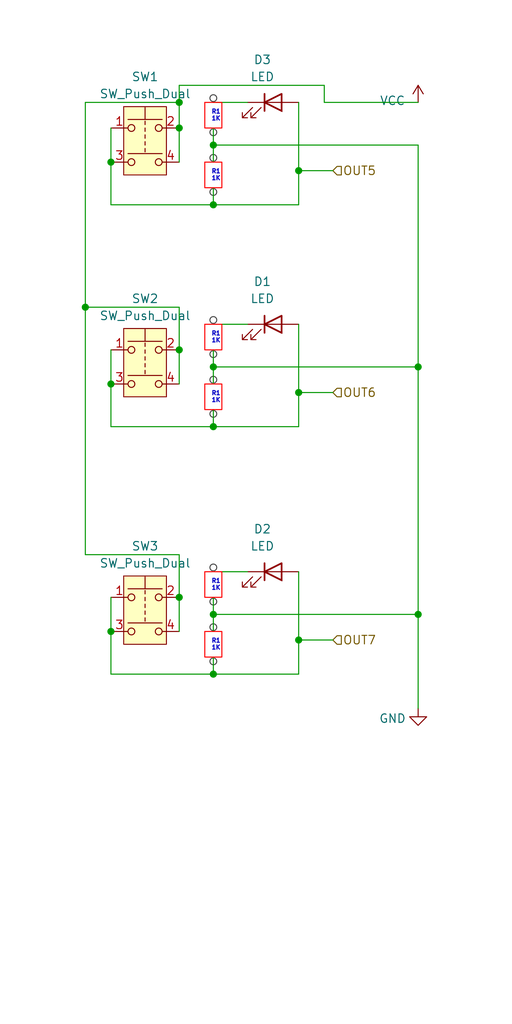
<source format=kicad_sch>
(kicad_sch
	(version 20250114)
	(generator "eeschema")
	(generator_version "9.0")
	(uuid "da692ac7-a49f-45b1-8a5d-3900501db3f9")
	(paper "User" 76.2 152.4)
	(lib_symbols
		(symbol "Device:LED"
			(pin_numbers
				(hide yes)
			)
			(pin_names
				(offset 1.016)
				(hide yes)
			)
			(exclude_from_sim no)
			(in_bom yes)
			(on_board yes)
			(property "Reference" "D"
				(at 0 2.54 0)
				(effects
					(font
						(size 1.27 1.27)
					)
				)
			)
			(property "Value" "LED"
				(at 0 -2.54 0)
				(effects
					(font
						(size 1.27 1.27)
					)
				)
			)
			(property "Footprint" ""
				(at 0 0 0)
				(effects
					(font
						(size 1.27 1.27)
					)
					(hide yes)
				)
			)
			(property "Datasheet" "~"
				(at 0 0 0)
				(effects
					(font
						(size 1.27 1.27)
					)
					(hide yes)
				)
			)
			(property "Description" "Light emitting diode"
				(at 0 0 0)
				(effects
					(font
						(size 1.27 1.27)
					)
					(hide yes)
				)
			)
			(property "Sim.Pins" "1=K 2=A"
				(at 0 0 0)
				(effects
					(font
						(size 1.27 1.27)
					)
					(hide yes)
				)
			)
			(property "ki_keywords" "LED diode"
				(at 0 0 0)
				(effects
					(font
						(size 1.27 1.27)
					)
					(hide yes)
				)
			)
			(property "ki_fp_filters" "LED* LED_SMD:* LED_THT:*"
				(at 0 0 0)
				(effects
					(font
						(size 1.27 1.27)
					)
					(hide yes)
				)
			)
			(symbol "LED_0_1"
				(polyline
					(pts
						(xy -3.048 -0.762) (xy -4.572 -2.286) (xy -3.81 -2.286) (xy -4.572 -2.286) (xy -4.572 -1.524)
					)
					(stroke
						(width 0)
						(type default)
					)
					(fill
						(type none)
					)
				)
				(polyline
					(pts
						(xy -1.778 -0.762) (xy -3.302 -2.286) (xy -2.54 -2.286) (xy -3.302 -2.286) (xy -3.302 -1.524)
					)
					(stroke
						(width 0)
						(type default)
					)
					(fill
						(type none)
					)
				)
				(polyline
					(pts
						(xy -1.27 0) (xy 1.27 0)
					)
					(stroke
						(width 0)
						(type default)
					)
					(fill
						(type none)
					)
				)
				(polyline
					(pts
						(xy -1.27 -1.27) (xy -1.27 1.27)
					)
					(stroke
						(width 0.254)
						(type default)
					)
					(fill
						(type none)
					)
				)
				(polyline
					(pts
						(xy 1.27 -1.27) (xy 1.27 1.27) (xy -1.27 0) (xy 1.27 -1.27)
					)
					(stroke
						(width 0.254)
						(type default)
					)
					(fill
						(type none)
					)
				)
			)
			(symbol "LED_1_1"
				(pin passive line
					(at -3.81 0 0)
					(length 2.54)
					(name "K"
						(effects
							(font
								(size 1.27 1.27)
							)
						)
					)
					(number "1"
						(effects
							(font
								(size 1.27 1.27)
							)
						)
					)
				)
				(pin passive line
					(at 3.81 0 180)
					(length 2.54)
					(name "A"
						(effects
							(font
								(size 1.27 1.27)
							)
						)
					)
					(number "2"
						(effects
							(font
								(size 1.27 1.27)
							)
						)
					)
				)
			)
			(embedded_fonts no)
		)
		(symbol "Switch:SW_Push_Dual"
			(pin_names
				(offset 1.016)
				(hide yes)
			)
			(exclude_from_sim no)
			(in_bom yes)
			(on_board yes)
			(property "Reference" "SW"
				(at 0 7.62 0)
				(effects
					(font
						(size 1.27 1.27)
					)
				)
			)
			(property "Value" "SW_Push_Dual"
				(at 0 -6.35 0)
				(effects
					(font
						(size 1.27 1.27)
					)
				)
			)
			(property "Footprint" ""
				(at 0 7.62 0)
				(effects
					(font
						(size 1.27 1.27)
					)
					(hide yes)
				)
			)
			(property "Datasheet" "~"
				(at 0 0 0)
				(effects
					(font
						(size 1.27 1.27)
					)
					(hide yes)
				)
			)
			(property "Description" "Push button switch, generic, symbol, four pins"
				(at 0 0 0)
				(effects
					(font
						(size 1.27 1.27)
					)
					(hide yes)
				)
			)
			(property "ki_keywords" "switch normally-open pushbutton push-button"
				(at 0 0 0)
				(effects
					(font
						(size 1.27 1.27)
					)
					(hide yes)
				)
			)
			(symbol "SW_Push_Dual_0_1"
				(circle
					(center -2.032 2.54)
					(radius 0.508)
					(stroke
						(width 0)
						(type default)
					)
					(fill
						(type none)
					)
				)
				(circle
					(center -2.032 -2.54)
					(radius 0.508)
					(stroke
						(width 0)
						(type default)
					)
					(fill
						(type none)
					)
				)
				(polyline
					(pts
						(xy 0 3.81) (xy 0 5.588)
					)
					(stroke
						(width 0)
						(type default)
					)
					(fill
						(type none)
					)
				)
				(polyline
					(pts
						(xy 0 3.048) (xy 0 3.556)
					)
					(stroke
						(width 0)
						(type default)
					)
					(fill
						(type none)
					)
				)
				(polyline
					(pts
						(xy 0 2.032) (xy 0 2.54)
					)
					(stroke
						(width 0)
						(type default)
					)
					(fill
						(type none)
					)
				)
				(polyline
					(pts
						(xy 0 1.016) (xy 0 1.524)
					)
					(stroke
						(width 0)
						(type default)
					)
					(fill
						(type none)
					)
				)
				(polyline
					(pts
						(xy 0 0.508) (xy 0 0)
					)
					(stroke
						(width 0)
						(type default)
					)
					(fill
						(type none)
					)
				)
				(polyline
					(pts
						(xy 0 -0.508) (xy 0 -1.016)
					)
					(stroke
						(width 0)
						(type default)
					)
					(fill
						(type none)
					)
				)
				(circle
					(center 2.032 2.54)
					(radius 0.508)
					(stroke
						(width 0)
						(type default)
					)
					(fill
						(type none)
					)
				)
				(circle
					(center 2.032 -2.54)
					(radius 0.508)
					(stroke
						(width 0)
						(type default)
					)
					(fill
						(type none)
					)
				)
				(polyline
					(pts
						(xy 2.54 3.81) (xy -2.54 3.81)
					)
					(stroke
						(width 0)
						(type default)
					)
					(fill
						(type none)
					)
				)
				(polyline
					(pts
						(xy 2.54 -1.27) (xy -2.54 -1.27)
					)
					(stroke
						(width 0)
						(type default)
					)
					(fill
						(type none)
					)
				)
				(pin passive line
					(at -5.08 2.54 0)
					(length 2.54)
					(name "1"
						(effects
							(font
								(size 1.27 1.27)
							)
						)
					)
					(number "1"
						(effects
							(font
								(size 1.27 1.27)
							)
						)
					)
				)
				(pin passive line
					(at -5.08 -2.54 0)
					(length 2.54)
					(name "3"
						(effects
							(font
								(size 1.27 1.27)
							)
						)
					)
					(number "3"
						(effects
							(font
								(size 1.27 1.27)
							)
						)
					)
				)
				(pin passive line
					(at 5.08 2.54 180)
					(length 2.54)
					(name "2"
						(effects
							(font
								(size 1.27 1.27)
							)
						)
					)
					(number "2"
						(effects
							(font
								(size 1.27 1.27)
							)
						)
					)
				)
				(pin passive line
					(at 5.08 -2.54 180)
					(length 2.54)
					(name "4"
						(effects
							(font
								(size 1.27 1.27)
							)
						)
					)
					(number "4"
						(effects
							(font
								(size 1.27 1.27)
							)
						)
					)
				)
			)
			(symbol "SW_Push_Dual_1_1"
				(rectangle
					(start -3.175 5.715)
					(end 3.175 -4.445)
					(stroke
						(width 0)
						(type default)
					)
					(fill
						(type background)
					)
				)
			)
			(embedded_fonts no)
		)
		(symbol "power:GND"
			(power)
			(pin_numbers
				(hide yes)
			)
			(pin_names
				(offset 0)
				(hide yes)
			)
			(exclude_from_sim no)
			(in_bom yes)
			(on_board yes)
			(property "Reference" "#PWR"
				(at 0 -6.35 0)
				(effects
					(font
						(size 1.27 1.27)
					)
					(hide yes)
				)
			)
			(property "Value" "GND"
				(at 0 -3.81 0)
				(effects
					(font
						(size 1.27 1.27)
					)
				)
			)
			(property "Footprint" ""
				(at 0 0 0)
				(effects
					(font
						(size 1.27 1.27)
					)
					(hide yes)
				)
			)
			(property "Datasheet" ""
				(at 0 0 0)
				(effects
					(font
						(size 1.27 1.27)
					)
					(hide yes)
				)
			)
			(property "Description" "Power symbol creates a global label with name \"GND\" , ground"
				(at 0 0 0)
				(effects
					(font
						(size 1.27 1.27)
					)
					(hide yes)
				)
			)
			(property "ki_keywords" "global power"
				(at 0 0 0)
				(effects
					(font
						(size 1.27 1.27)
					)
					(hide yes)
				)
			)
			(symbol "GND_0_1"
				(polyline
					(pts
						(xy 0 0) (xy 0 -1.27) (xy 1.27 -1.27) (xy 0 -2.54) (xy -1.27 -1.27) (xy 0 -1.27)
					)
					(stroke
						(width 0)
						(type default)
					)
					(fill
						(type none)
					)
				)
			)
			(symbol "GND_1_1"
				(pin power_in line
					(at 0 0 270)
					(length 0)
					(name "~"
						(effects
							(font
								(size 1.27 1.27)
							)
						)
					)
					(number "1"
						(effects
							(font
								(size 1.27 1.27)
							)
						)
					)
				)
			)
			(embedded_fonts no)
		)
		(symbol "power:VCC"
			(power)
			(pin_numbers
				(hide yes)
			)
			(pin_names
				(offset 0)
				(hide yes)
			)
			(exclude_from_sim no)
			(in_bom yes)
			(on_board yes)
			(property "Reference" "#PWR"
				(at 0 -3.81 0)
				(effects
					(font
						(size 1.27 1.27)
					)
					(hide yes)
				)
			)
			(property "Value" "VCC"
				(at 0 3.556 0)
				(effects
					(font
						(size 1.27 1.27)
					)
				)
			)
			(property "Footprint" ""
				(at 0 0 0)
				(effects
					(font
						(size 1.27 1.27)
					)
					(hide yes)
				)
			)
			(property "Datasheet" ""
				(at 0 0 0)
				(effects
					(font
						(size 1.27 1.27)
					)
					(hide yes)
				)
			)
			(property "Description" "Power symbol creates a global label with name \"VCC\""
				(at 0 0 0)
				(effects
					(font
						(size 1.27 1.27)
					)
					(hide yes)
				)
			)
			(property "ki_keywords" "global power"
				(at 0 0 0)
				(effects
					(font
						(size 1.27 1.27)
					)
					(hide yes)
				)
			)
			(symbol "VCC_0_1"
				(polyline
					(pts
						(xy -0.762 1.27) (xy 0 2.54)
					)
					(stroke
						(width 0)
						(type default)
					)
					(fill
						(type none)
					)
				)
				(polyline
					(pts
						(xy 0 2.54) (xy 0.762 1.27)
					)
					(stroke
						(width 0)
						(type default)
					)
					(fill
						(type none)
					)
				)
				(polyline
					(pts
						(xy 0 0) (xy 0 2.54)
					)
					(stroke
						(width 0)
						(type default)
					)
					(fill
						(type none)
					)
				)
			)
			(symbol "VCC_1_1"
				(pin power_in line
					(at 0 0 90)
					(length 0)
					(name "~"
						(effects
							(font
								(size 1.27 1.27)
							)
						)
					)
					(number "1"
						(effects
							(font
								(size 1.27 1.27)
							)
						)
					)
				)
			)
			(embedded_fonts no)
		)
	)
	(text_box "R1 1K"
		(exclude_from_sim no)
		(at 30.48 85.09 0)
		(size 2.54 3.81)
		(margins 0.9525 0.9525 0.9525 0.9525)
		(stroke
			(width 0)
			(type solid)
			(color 255 0 0 1)
		)
		(fill
			(type none)
		)
		(effects
			(font
				(size 0.635 0.635)
			)
			(justify left top)
		)
		(uuid "11c6490b-86af-4717-b122-21644528e60f")
	)
	(text_box "R1 1K"
		(exclude_from_sim no)
		(at 30.48 57.15 0)
		(size 2.54 3.81)
		(margins 0.9525 0.9525 0.9525 0.9525)
		(stroke
			(width 0)
			(type solid)
			(color 255 0 0 1)
		)
		(fill
			(type none)
		)
		(effects
			(font
				(size 0.635 0.635)
			)
			(justify left top)
		)
		(uuid "129a0b29-b65e-4cab-a9f5-1d501d9c3fe5")
	)
	(text_box "R1 1K"
		(exclude_from_sim no)
		(at 30.48 15.24 0)
		(size 2.54 3.81)
		(margins 0.9525 0.9525 0.9525 0.9525)
		(stroke
			(width 0)
			(type solid)
			(color 255 0 0 1)
		)
		(fill
			(type none)
		)
		(effects
			(font
				(size 0.635 0.635)
			)
			(justify left top)
		)
		(uuid "1a66d452-c788-4005-abdd-7f223c203d70")
	)
	(text_box "R1 1K"
		(exclude_from_sim no)
		(at 30.48 93.98 0)
		(size 2.54 3.81)
		(margins 0.9525 0.9525 0.9525 0.9525)
		(stroke
			(width 0)
			(type solid)
			(color 255 0 0 1)
		)
		(fill
			(type none)
		)
		(effects
			(font
				(size 0.635 0.635)
			)
			(justify left top)
		)
		(uuid "1ad9fed4-5686-464e-8e3f-0be74bca5fc9")
	)
	(text_box "R1 1K"
		(exclude_from_sim no)
		(at 30.48 48.26 0)
		(size 2.54 3.81)
		(margins 0.9525 0.9525 0.9525 0.9525)
		(stroke
			(width 0)
			(type solid)
			(color 255 0 0 1)
		)
		(fill
			(type none)
		)
		(effects
			(font
				(size 0.635 0.635)
			)
			(justify left top)
		)
		(uuid "1b656c91-5be7-46a6-ba89-08af7e8ab460")
	)
	(text_box "R1 1K"
		(exclude_from_sim no)
		(at 30.48 24.13 0)
		(size 2.54 3.81)
		(margins 0.9525 0.9525 0.9525 0.9525)
		(stroke
			(width 0)
			(type solid)
			(color 255 0 0 1)
		)
		(fill
			(type none)
		)
		(effects
			(font
				(size 0.635 0.635)
			)
			(justify left top)
		)
		(uuid "3fec73da-55e9-4f82-96e9-33e9f504a337")
	)
	(junction
		(at 31.75 91.44)
		(diameter 0)
		(color 0 0 0 0)
		(uuid "035a59b7-1d5b-48e7-9467-d7b6c2100afd")
	)
	(junction
		(at 44.45 95.25)
		(diameter 0)
		(color 0 0 0 0)
		(uuid "06fa8a42-4b88-4b81-a532-a455c266c06a")
	)
	(junction
		(at 62.23 91.44)
		(diameter 0)
		(color 0 0 0 0)
		(uuid "1770a035-8328-4590-b15c-a52a9e2f0a9b")
	)
	(junction
		(at 31.75 63.5)
		(diameter 0)
		(color 0 0 0 0)
		(uuid "207cbea3-3847-4f04-b00c-5699300b8492")
	)
	(junction
		(at 16.51 57.15)
		(diameter 0)
		(color 0 0 0 0)
		(uuid "34cd6b37-99c3-4759-96ce-07903cfd3abe")
	)
	(junction
		(at 26.67 52.07)
		(diameter 0)
		(color 0 0 0 0)
		(uuid "43b122d2-01dc-4c53-b0bc-b2890936068e")
	)
	(junction
		(at 26.67 15.24)
		(diameter 0)
		(color 0 0 0 0)
		(uuid "4a323b41-4dc2-4e17-9c79-234dbf515e53")
	)
	(junction
		(at 31.75 21.59)
		(diameter 0)
		(color 0 0 0 0)
		(uuid "546dc391-aee7-4d61-b50e-78dc41ef2cdb")
	)
	(junction
		(at 31.75 54.61)
		(diameter 0)
		(color 0 0 0 0)
		(uuid "80443a52-2c75-4fab-a2bf-0dff627a6df2")
	)
	(junction
		(at 16.51 24.13)
		(diameter 0)
		(color 0 0 0 0)
		(uuid "a28629bf-ab78-4188-97cc-68c283536207")
	)
	(junction
		(at 62.23 54.61)
		(diameter 0)
		(color 0 0 0 0)
		(uuid "aebd8ebe-4054-4d2a-9d8d-cb578277df60")
	)
	(junction
		(at 44.45 58.42)
		(diameter 0)
		(color 0 0 0 0)
		(uuid "be9744db-b274-451f-8fea-ea0aa8898869")
	)
	(junction
		(at 31.75 100.33)
		(diameter 0)
		(color 0 0 0 0)
		(uuid "c794b0fe-db9b-4852-bcff-dfb8b1e8886c")
	)
	(junction
		(at 26.67 19.05)
		(diameter 0)
		(color 0 0 0 0)
		(uuid "ca73b640-2692-4078-8974-b5b0b2b637df")
	)
	(junction
		(at 31.75 30.48)
		(diameter 0)
		(color 0 0 0 0)
		(uuid "e9e48ce3-f367-40f2-8799-745f40d8b706")
	)
	(junction
		(at 16.51 93.98)
		(diameter 0)
		(color 0 0 0 0)
		(uuid "f1459cd8-c06e-426a-bdc9-32682c453eb7")
	)
	(junction
		(at 26.67 88.9)
		(diameter 0)
		(color 0 0 0 0)
		(uuid "f1799cf2-c4ed-4b71-aaa3-5b21f8c213d4")
	)
	(junction
		(at 44.45 25.4)
		(diameter 0)
		(color 0 0 0 0)
		(uuid "fd6d0b49-649f-4033-b0f8-78199fda9cd0")
	)
	(junction
		(at 12.7 45.72)
		(diameter 0)
		(color 0 0 0 0)
		(uuid "fe2e6c25-53df-49bd-b810-1a6e5c33e745")
	)
	(wire
		(pts
			(xy 31.75 85.09) (xy 36.83 85.09)
		)
		(stroke
			(width 0)
			(type default)
		)
		(uuid "01b6ac9b-4c15-4d6a-9777-79be230f091a")
	)
	(wire
		(pts
			(xy 44.45 15.24) (xy 44.45 25.4)
		)
		(stroke
			(width 0)
			(type default)
		)
		(uuid "0d238bf4-94a1-40bc-a3f4-0deec846d48f")
	)
	(wire
		(pts
			(xy 16.51 30.48) (xy 31.75 30.48)
		)
		(stroke
			(width 0)
			(type default)
		)
		(uuid "0f5e9314-6bbb-4e7a-9e13-91b81e8bad2a")
	)
	(wire
		(pts
			(xy 31.75 54.61) (xy 62.23 54.61)
		)
		(stroke
			(width 0)
			(type default)
		)
		(uuid "105e40f4-3679-4683-b01f-78cc5675f2ba")
	)
	(wire
		(pts
			(xy 16.51 52.07) (xy 16.51 57.15)
		)
		(stroke
			(width 0)
			(type default)
		)
		(uuid "125e7dbf-b489-44ea-839a-dbc8a8773220")
	)
	(wire
		(pts
			(xy 31.75 54.61) (xy 31.75 57.15)
		)
		(stroke
			(width 0)
			(type default)
		)
		(uuid "14b42424-6501-44fd-bdf2-eb815d436a95")
	)
	(wire
		(pts
			(xy 31.75 97.79) (xy 31.75 100.33)
		)
		(stroke
			(width 0)
			(type default)
		)
		(uuid "158a0994-2610-4414-950a-bf4cc861746c")
	)
	(wire
		(pts
			(xy 31.75 88.9) (xy 31.75 91.44)
		)
		(stroke
			(width 0)
			(type default)
		)
		(uuid "1aa49376-3351-464f-9f9c-940ce774cb8e")
	)
	(wire
		(pts
			(xy 31.75 15.24) (xy 36.83 15.24)
		)
		(stroke
			(width 0)
			(type default)
		)
		(uuid "1f6675cf-ecfe-4b81-b14f-ffe2c133ad1f")
	)
	(wire
		(pts
			(xy 49.53 95.25) (xy 44.45 95.25)
		)
		(stroke
			(width 0)
			(type default)
		)
		(uuid "2115a4e7-b8d7-4b65-9bc9-521dde6fbbd4")
	)
	(wire
		(pts
			(xy 12.7 15.24) (xy 12.7 45.72)
		)
		(stroke
			(width 0)
			(type default)
		)
		(uuid "2155006b-4188-4d5c-b577-c17cc80a721a")
	)
	(wire
		(pts
			(xy 49.53 25.4) (xy 44.45 25.4)
		)
		(stroke
			(width 0)
			(type default)
		)
		(uuid "27f26f70-a6a8-48fd-993d-18fb96b09f13")
	)
	(wire
		(pts
			(xy 16.51 93.98) (xy 16.51 100.33)
		)
		(stroke
			(width 0)
			(type default)
		)
		(uuid "29d4f686-c3fb-470f-bfef-9bac6206071f")
	)
	(wire
		(pts
			(xy 44.45 58.42) (xy 44.45 63.5)
		)
		(stroke
			(width 0)
			(type default)
		)
		(uuid "2b65332a-64ef-48fa-b8da-e6d4b923e592")
	)
	(wire
		(pts
			(xy 16.51 100.33) (xy 31.75 100.33)
		)
		(stroke
			(width 0)
			(type default)
		)
		(uuid "32771092-6ed9-4bae-b143-628b81514b70")
	)
	(wire
		(pts
			(xy 26.67 19.05) (xy 26.67 24.13)
		)
		(stroke
			(width 0)
			(type default)
		)
		(uuid "3a1edfbd-2383-4a4b-b5e4-47ebbbe06fe8")
	)
	(wire
		(pts
			(xy 44.45 25.4) (xy 44.45 30.48)
		)
		(stroke
			(width 0)
			(type default)
		)
		(uuid "3ff3ee1b-6f80-41c0-a62d-f85c7e06a1e1")
	)
	(wire
		(pts
			(xy 16.51 63.5) (xy 31.75 63.5)
		)
		(stroke
			(width 0)
			(type default)
		)
		(uuid "4285d641-ecb1-4b16-8319-006797fd230f")
	)
	(wire
		(pts
			(xy 44.45 85.09) (xy 44.45 95.25)
		)
		(stroke
			(width 0)
			(type default)
		)
		(uuid "47493171-e64c-4c57-a1bd-81217b7a6a46")
	)
	(wire
		(pts
			(xy 44.45 95.25) (xy 44.45 100.33)
		)
		(stroke
			(width 0)
			(type default)
		)
		(uuid "4a596bdf-2c1d-414c-8b6d-73db07e4769d")
	)
	(wire
		(pts
			(xy 12.7 45.72) (xy 12.7 82.55)
		)
		(stroke
			(width 0)
			(type default)
		)
		(uuid "53256dad-acd7-4acf-880c-b21d7a85300d")
	)
	(wire
		(pts
			(xy 12.7 82.55) (xy 26.67 82.55)
		)
		(stroke
			(width 0)
			(type default)
		)
		(uuid "57a35f32-ea1b-4f98-a03e-16aced397881")
	)
	(wire
		(pts
			(xy 62.23 15.24) (xy 48.26 15.24)
		)
		(stroke
			(width 0)
			(type default)
		)
		(uuid "5ba4ff03-0a35-4f24-9490-653f6b0c541c")
	)
	(wire
		(pts
			(xy 31.75 91.44) (xy 62.23 91.44)
		)
		(stroke
			(width 0)
			(type default)
		)
		(uuid "60509afd-0504-470d-a88c-143dda8ab287")
	)
	(wire
		(pts
			(xy 26.67 15.24) (xy 12.7 15.24)
		)
		(stroke
			(width 0)
			(type default)
		)
		(uuid "63501ddd-d710-4990-878b-437323f78f96")
	)
	(wire
		(pts
			(xy 31.75 52.07) (xy 31.75 54.61)
		)
		(stroke
			(width 0)
			(type default)
		)
		(uuid "64ac3a74-ffe3-45fc-bf2c-8b4116c28eae")
	)
	(wire
		(pts
			(xy 16.51 57.15) (xy 16.51 63.5)
		)
		(stroke
			(width 0)
			(type default)
		)
		(uuid "65043335-090b-4d2a-acb8-0326884025ab")
	)
	(wire
		(pts
			(xy 44.45 48.26) (xy 44.45 58.42)
		)
		(stroke
			(width 0)
			(type default)
		)
		(uuid "6cc55fe1-247e-4c0e-aa38-70535ba2890a")
	)
	(wire
		(pts
			(xy 31.75 27.94) (xy 31.75 30.48)
		)
		(stroke
			(width 0)
			(type default)
		)
		(uuid "6f31f493-6737-4155-a910-9397a4820d32")
	)
	(wire
		(pts
			(xy 31.75 48.26) (xy 36.83 48.26)
		)
		(stroke
			(width 0)
			(type default)
		)
		(uuid "730fbd95-61eb-4a6d-a456-7d5599f9f3a3")
	)
	(wire
		(pts
			(xy 62.23 21.59) (xy 62.23 54.61)
		)
		(stroke
			(width 0)
			(type default)
		)
		(uuid "78af40cd-2bb4-4238-8a9a-27607288ecf7")
	)
	(wire
		(pts
			(xy 26.67 52.07) (xy 26.67 57.15)
		)
		(stroke
			(width 0)
			(type default)
		)
		(uuid "8265a488-6bc2-4756-ad01-7c2d45d93515")
	)
	(wire
		(pts
			(xy 26.67 15.24) (xy 26.67 19.05)
		)
		(stroke
			(width 0)
			(type default)
		)
		(uuid "838c6f10-52e0-408c-8c3e-31b81bd5604f")
	)
	(wire
		(pts
			(xy 26.67 88.9) (xy 26.67 93.98)
		)
		(stroke
			(width 0)
			(type default)
		)
		(uuid "842e439b-1532-4e29-aebf-1628037f7676")
	)
	(wire
		(pts
			(xy 49.53 58.42) (xy 44.45 58.42)
		)
		(stroke
			(width 0)
			(type default)
		)
		(uuid "8dfcb970-a2c6-49af-90c2-1d448527262c")
	)
	(wire
		(pts
			(xy 31.75 19.05) (xy 31.75 21.59)
		)
		(stroke
			(width 0)
			(type default)
		)
		(uuid "9b9b5611-ce9f-4793-96a7-8744b92a5848")
	)
	(wire
		(pts
			(xy 12.7 45.72) (xy 26.67 45.72)
		)
		(stroke
			(width 0)
			(type default)
		)
		(uuid "a8ff16fc-eb94-4ef6-9f66-f98292042ac4")
	)
	(wire
		(pts
			(xy 31.75 60.96) (xy 31.75 63.5)
		)
		(stroke
			(width 0)
			(type default)
		)
		(uuid "b7f4bf32-f231-4657-a23e-0c72df2e0dbc")
	)
	(wire
		(pts
			(xy 31.75 63.5) (xy 44.45 63.5)
		)
		(stroke
			(width 0)
			(type default)
		)
		(uuid "c2f626ce-5ae1-4e65-bf26-a0ebf85da47f")
	)
	(wire
		(pts
			(xy 62.23 54.61) (xy 62.23 91.44)
		)
		(stroke
			(width 0)
			(type default)
		)
		(uuid "c4998789-e46a-467b-87ef-411b13f07bfe")
	)
	(wire
		(pts
			(xy 31.75 30.48) (xy 44.45 30.48)
		)
		(stroke
			(width 0)
			(type default)
		)
		(uuid "c8018620-6d10-4cc0-983c-cc1e00bed9a8")
	)
	(wire
		(pts
			(xy 31.75 21.59) (xy 31.75 24.13)
		)
		(stroke
			(width 0)
			(type default)
		)
		(uuid "c8feaaf1-bf4f-4ff9-9f7f-87eaab6cdc08")
	)
	(wire
		(pts
			(xy 31.75 21.59) (xy 62.23 21.59)
		)
		(stroke
			(width 0)
			(type default)
		)
		(uuid "ca6d0194-bb90-4dfb-8664-478081423557")
	)
	(wire
		(pts
			(xy 31.75 91.44) (xy 31.75 93.98)
		)
		(stroke
			(width 0)
			(type default)
		)
		(uuid "cfd66de7-2791-4db8-8d94-d9ae2b8c3367")
	)
	(wire
		(pts
			(xy 62.23 91.44) (xy 62.23 105.41)
		)
		(stroke
			(width 0)
			(type default)
		)
		(uuid "d3e7035f-b257-43fe-ab58-8872aeb04617")
	)
	(wire
		(pts
			(xy 16.51 88.9) (xy 16.51 93.98)
		)
		(stroke
			(width 0)
			(type default)
		)
		(uuid "d6ede0d2-169b-4818-a1e1-a00fe97ddbe1")
	)
	(wire
		(pts
			(xy 26.67 82.55) (xy 26.67 88.9)
		)
		(stroke
			(width 0)
			(type default)
		)
		(uuid "d6f1a9f0-b1fb-4790-ac2b-8d25bf530967")
	)
	(wire
		(pts
			(xy 48.26 15.24) (xy 48.26 12.7)
		)
		(stroke
			(width 0)
			(type default)
		)
		(uuid "dbb73895-5a8e-42bc-b4dd-d64755d99eb4")
	)
	(wire
		(pts
			(xy 48.26 12.7) (xy 26.67 12.7)
		)
		(stroke
			(width 0)
			(type default)
		)
		(uuid "dc908aee-de44-41d0-b9df-3378d54505a3")
	)
	(wire
		(pts
			(xy 16.51 24.13) (xy 16.51 30.48)
		)
		(stroke
			(width 0)
			(type default)
		)
		(uuid "de76630a-98a4-464d-8b69-3cbe08054ed2")
	)
	(wire
		(pts
			(xy 26.67 45.72) (xy 26.67 52.07)
		)
		(stroke
			(width 0)
			(type default)
		)
		(uuid "e1b183f5-14d2-4aa9-97b9-3202cfbe0730")
	)
	(wire
		(pts
			(xy 31.75 100.33) (xy 44.45 100.33)
		)
		(stroke
			(width 0)
			(type default)
		)
		(uuid "e401f3af-7041-43d2-b8e5-460bb2902d6c")
	)
	(wire
		(pts
			(xy 16.51 19.05) (xy 16.51 24.13)
		)
		(stroke
			(width 0)
			(type default)
		)
		(uuid "e50694d5-a05e-4062-8348-11728dc9c10f")
	)
	(wire
		(pts
			(xy 26.67 12.7) (xy 26.67 15.24)
		)
		(stroke
			(width 0)
			(type default)
		)
		(uuid "e57b069f-7d2e-40ab-aec1-d5ec76fcd725")
	)
	(hierarchical_label "OUT7"
		(shape input)
		(at 49.53 95.25 0)
		(effects
			(font
				(size 1.27 1.27)
			)
			(justify left)
		)
		(uuid "06059674-aa57-4cbc-b183-3de1c4d3826a")
	)
	(hierarchical_label "OUT5"
		(shape input)
		(at 49.53 25.4 0)
		(effects
			(font
				(size 1.27 1.27)
			)
			(justify left)
		)
		(uuid "67266a81-66ac-4321-a582-3f10e88ddbc1")
	)
	(hierarchical_label "OUT6"
		(shape input)
		(at 49.53 58.42 0)
		(effects
			(font
				(size 1.27 1.27)
			)
			(justify left)
		)
		(uuid "be1e8fb1-b02f-4bc0-b63f-0087ba908870")
	)
	(netclass_flag ""
		(length 0.635)
		(shape round)
		(at 31.75 97.79 180)
		(fields_autoplaced yes)
		(effects
			(font
				(size 1.27 1.27)
			)
			(justify right bottom)
		)
		(uuid "0ba2aa1a-27dc-4f4b-9acf-6079b87b2c2d")
		(property "Netclass" ""
			(at 0 72.39 0)
			(effects
				(font
					(size 1.27 1.27)
				)
			)
		)
		(property "Component Class" ""
			(at 0 72.39 0)
			(effects
				(font
					(size 1.27 1.27)
					(italic yes)
				)
			)
		)
	)
	(netclass_flag ""
		(length 0.635)
		(shape round)
		(at 31.75 60.96 180)
		(fields_autoplaced yes)
		(effects
			(font
				(size 1.27 1.27)
			)
			(justify right bottom)
		)
		(uuid "125f91ee-1cc3-40d5-9019-e37711c64e97")
		(property "Netclass" ""
			(at 0 35.56 0)
			(effects
				(font
					(size 1.27 1.27)
				)
			)
		)
		(property "Component Class" ""
			(at 0 35.56 0)
			(effects
				(font
					(size 1.27 1.27)
					(italic yes)
				)
			)
		)
	)
	(netclass_flag ""
		(length 0.635)
		(shape round)
		(at 31.75 24.13 0)
		(fields_autoplaced yes)
		(effects
			(font
				(size 1.27 1.27)
			)
			(justify left bottom)
		)
		(uuid "3c90772e-4bc3-421a-ba06-4c11ad64473f")
		(property "Netclass" ""
			(at -27.94 -1.27 0)
			(effects
				(font
					(size 1.27 1.27)
				)
			)
		)
		(property "Component Class" ""
			(at -27.94 -1.27 0)
			(effects
				(font
					(size 1.27 1.27)
					(italic yes)
				)
			)
		)
	)
	(netclass_flag ""
		(length 0.635)
		(shape round)
		(at 31.75 57.15 0)
		(fields_autoplaced yes)
		(effects
			(font
				(size 1.27 1.27)
			)
			(justify left bottom)
		)
		(uuid "3d2f2da5-edd0-4ffc-8f95-6d5da54d33db")
		(property "Netclass" ""
			(at -27.94 31.75 0)
			(effects
				(font
					(size 1.27 1.27)
				)
			)
		)
		(property "Component Class" ""
			(at -27.94 31.75 0)
			(effects
				(font
					(size 1.27 1.27)
					(italic yes)
				)
			)
		)
	)
	(netclass_flag ""
		(length 0.635)
		(shape round)
		(at 31.75 15.24 0)
		(fields_autoplaced yes)
		(effects
			(font
				(size 1.27 1.27)
			)
			(justify left bottom)
		)
		(uuid "4001c7a0-5cf9-4cae-95b3-1c8eaead49b7")
		(property "Netclass" ""
			(at -27.94 -10.16 0)
			(effects
				(font
					(size 1.27 1.27)
				)
			)
		)
		(property "Component Class" ""
			(at -27.94 -10.16 0)
			(effects
				(font
					(size 1.27 1.27)
					(italic yes)
				)
			)
		)
	)
	(netclass_flag ""
		(length 0.635)
		(shape round)
		(at 31.75 88.9 180)
		(fields_autoplaced yes)
		(effects
			(font
				(size 1.27 1.27)
			)
			(justify right bottom)
		)
		(uuid "5c3ec891-4d6d-41ee-806b-f064c2720ddf")
		(property "Netclass" ""
			(at 0 63.5 0)
			(effects
				(font
					(size 1.27 1.27)
				)
			)
		)
		(property "Component Class" ""
			(at 0 63.5 0)
			(effects
				(font
					(size 1.27 1.27)
					(italic yes)
				)
			)
		)
	)
	(netclass_flag ""
		(length 0.635)
		(shape round)
		(at 31.75 19.05 180)
		(fields_autoplaced yes)
		(effects
			(font
				(size 1.27 1.27)
			)
			(justify right bottom)
		)
		(uuid "635f152f-0961-434c-85ce-3597f0538596")
		(property "Netclass" ""
			(at 0 -6.35 0)
			(effects
				(font
					(size 1.27 1.27)
				)
			)
		)
		(property "Component Class" ""
			(at 0 -6.35 0)
			(effects
				(font
					(size 1.27 1.27)
					(italic yes)
				)
			)
		)
	)
	(netclass_flag ""
		(length 0.635)
		(shape round)
		(at 31.75 93.98 0)
		(fields_autoplaced yes)
		(effects
			(font
				(size 1.27 1.27)
			)
			(justify left bottom)
		)
		(uuid "c49a047e-f6d6-4d06-a43e-f3b1937d25bd")
		(property "Netclass" ""
			(at -27.94 68.58 0)
			(effects
				(font
					(size 1.27 1.27)
				)
			)
		)
		(property "Component Class" ""
			(at -27.94 68.58 0)
			(effects
				(font
					(size 1.27 1.27)
					(italic yes)
				)
			)
		)
	)
	(netclass_flag ""
		(length 0.635)
		(shape round)
		(at 31.75 85.09 0)
		(fields_autoplaced yes)
		(effects
			(font
				(size 1.27 1.27)
			)
			(justify left bottom)
		)
		(uuid "c85eda63-f208-4a20-a571-81f78de0ecda")
		(property "Netclass" ""
			(at -27.94 59.69 0)
			(effects
				(font
					(size 1.27 1.27)
				)
			)
		)
		(property "Component Class" ""
			(at -27.94 59.69 0)
			(effects
				(font
					(size 1.27 1.27)
					(italic yes)
				)
			)
		)
	)
	(netclass_flag ""
		(length 0.635)
		(shape round)
		(at 31.75 52.07 180)
		(fields_autoplaced yes)
		(effects
			(font
				(size 1.27 1.27)
			)
			(justify right bottom)
		)
		(uuid "cebee3f3-6667-41b9-b9b5-c8162fffac38")
		(property "Netclass" ""
			(at 0 26.67 0)
			(effects
				(font
					(size 1.27 1.27)
				)
			)
		)
		(property "Component Class" ""
			(at 0 26.67 0)
			(effects
				(font
					(size 1.27 1.27)
					(italic yes)
				)
			)
		)
	)
	(netclass_flag ""
		(length 0.635)
		(shape round)
		(at 31.75 27.94 180)
		(fields_autoplaced yes)
		(effects
			(font
				(size 1.27 1.27)
			)
			(justify right bottom)
		)
		(uuid "d2ccd0e1-e4a6-4f20-ae14-1fd798ffd8d4")
		(property "Netclass" ""
			(at 0 2.54 0)
			(effects
				(font
					(size 1.27 1.27)
				)
			)
		)
		(property "Component Class" ""
			(at 0 2.54 0)
			(effects
				(font
					(size 1.27 1.27)
					(italic yes)
				)
			)
		)
	)
	(netclass_flag ""
		(length 0.635)
		(shape round)
		(at 31.75 48.26 0)
		(fields_autoplaced yes)
		(effects
			(font
				(size 1.27 1.27)
			)
			(justify left bottom)
		)
		(uuid "e68cb50f-df6c-4ada-b48e-13612492c30c")
		(property "Netclass" ""
			(at -27.94 22.86 0)
			(effects
				(font
					(size 1.27 1.27)
				)
			)
		)
		(property "Component Class" ""
			(at -27.94 22.86 0)
			(effects
				(font
					(size 1.27 1.27)
					(italic yes)
				)
			)
		)
	)
	(symbol
		(lib_id "Device:LED")
		(at 40.64 85.09 0)
		(unit 1)
		(exclude_from_sim no)
		(in_bom yes)
		(on_board yes)
		(dnp no)
		(fields_autoplaced yes)
		(uuid "3895a03d-ca05-4b48-aadf-fe160edfe874")
		(property "Reference" "D2"
			(at 39.0525 78.74 0)
			(effects
				(font
					(size 1.27 1.27)
				)
			)
		)
		(property "Value" "LED"
			(at 39.0525 81.28 0)
			(effects
				(font
					(size 1.27 1.27)
				)
			)
		)
		(property "Footprint" ""
			(at 40.64 85.09 0)
			(effects
				(font
					(size 1.27 1.27)
				)
				(hide yes)
			)
		)
		(property "Datasheet" "~"
			(at 40.64 85.09 0)
			(effects
				(font
					(size 1.27 1.27)
				)
				(hide yes)
			)
		)
		(property "Description" "Light emitting diode"
			(at 40.64 85.09 0)
			(effects
				(font
					(size 1.27 1.27)
				)
				(hide yes)
			)
		)
		(property "Sim.Pins" "1=K 2=A"
			(at 40.64 85.09 0)
			(effects
				(font
					(size 1.27 1.27)
				)
				(hide yes)
			)
		)
		(pin "1"
			(uuid "899b6566-460e-4bd5-aa48-f6f346da6990")
		)
		(pin "2"
			(uuid "9ba2caa5-28c1-4cae-aa19-67d849e89870")
		)
		(instances
			(project "Button PCB"
				(path "/da692ac7-a49f-45b1-8a5d-3900501db3f9"
					(reference "D2")
					(unit 1)
				)
			)
		)
	)
	(symbol
		(lib_id "power:VCC")
		(at 62.23 15.24 0)
		(unit 1)
		(exclude_from_sim no)
		(in_bom yes)
		(on_board yes)
		(dnp no)
		(uuid "3d224833-1078-41bf-9851-4a22f79644a8")
		(property "Reference" "#PWR01"
			(at 62.23 19.05 0)
			(effects
				(font
					(size 1.27 1.27)
				)
				(hide yes)
			)
		)
		(property "Value" "VCC"
			(at 58.42 14.986 0)
			(effects
				(font
					(size 1.27 1.27)
				)
			)
		)
		(property "Footprint" ""
			(at 62.23 15.24 0)
			(effects
				(font
					(size 1.27 1.27)
				)
				(hide yes)
			)
		)
		(property "Datasheet" ""
			(at 62.23 15.24 0)
			(effects
				(font
					(size 1.27 1.27)
				)
				(hide yes)
			)
		)
		(property "Description" "Power symbol creates a global label with name \"VCC\""
			(at 62.23 15.24 0)
			(effects
				(font
					(size 1.27 1.27)
				)
				(hide yes)
			)
		)
		(pin "1"
			(uuid "7826615a-70f2-4c9c-936a-d9cbe67221d8")
		)
		(instances
			(project ""
				(path "/da692ac7-a49f-45b1-8a5d-3900501db3f9"
					(reference "#PWR01")
					(unit 1)
				)
			)
		)
	)
	(symbol
		(lib_id "power:GND")
		(at 62.23 105.41 0)
		(unit 1)
		(exclude_from_sim no)
		(in_bom yes)
		(on_board yes)
		(dnp no)
		(uuid "58931242-a4c2-447a-8a63-e2a291aa32bc")
		(property "Reference" "#PWR02"
			(at 62.23 111.76 0)
			(effects
				(font
					(size 1.27 1.27)
				)
				(hide yes)
			)
		)
		(property "Value" "GND"
			(at 58.42 106.934 0)
			(effects
				(font
					(size 1.27 1.27)
				)
			)
		)
		(property "Footprint" ""
			(at 62.23 105.41 0)
			(effects
				(font
					(size 1.27 1.27)
				)
				(hide yes)
			)
		)
		(property "Datasheet" ""
			(at 62.23 105.41 0)
			(effects
				(font
					(size 1.27 1.27)
				)
				(hide yes)
			)
		)
		(property "Description" "Power symbol creates a global label with name \"GND\" , ground"
			(at 62.23 105.41 0)
			(effects
				(font
					(size 1.27 1.27)
				)
				(hide yes)
			)
		)
		(pin "1"
			(uuid "e4bc6f00-cdf7-4838-972a-18d109f79676")
		)
		(instances
			(project ""
				(path "/da692ac7-a49f-45b1-8a5d-3900501db3f9"
					(reference "#PWR02")
					(unit 1)
				)
			)
		)
	)
	(symbol
		(lib_id "Switch:SW_Push_Dual")
		(at 21.59 21.59 0)
		(unit 1)
		(exclude_from_sim no)
		(in_bom yes)
		(on_board yes)
		(dnp no)
		(fields_autoplaced yes)
		(uuid "5fffc007-6a82-4892-ae2b-009e1e5aea4e")
		(property "Reference" "SW1"
			(at 21.59 11.43 0)
			(effects
				(font
					(size 1.27 1.27)
				)
			)
		)
		(property "Value" "SW_Push_Dual"
			(at 21.59 13.97 0)
			(effects
				(font
					(size 1.27 1.27)
				)
			)
		)
		(property "Footprint" ""
			(at 21.59 13.97 0)
			(effects
				(font
					(size 1.27 1.27)
				)
				(hide yes)
			)
		)
		(property "Datasheet" "~"
			(at 21.59 21.59 0)
			(effects
				(font
					(size 1.27 1.27)
				)
				(hide yes)
			)
		)
		(property "Description" "Push button switch, generic, symbol, four pins"
			(at 21.59 21.59 0)
			(effects
				(font
					(size 1.27 1.27)
				)
				(hide yes)
			)
		)
		(pin "1"
			(uuid "181e3ba6-86fc-468e-b5f8-0e11f7e4f0ec")
		)
		(pin "4"
			(uuid "2019a94d-28d9-414e-958d-f4cecc599d0d")
		)
		(pin "2"
			(uuid "cb12c194-3f72-4fe4-b961-3ea0e9963e54")
		)
		(pin "3"
			(uuid "9bc650a6-1ecb-49cf-bad3-752aae9d6d23")
		)
		(instances
			(project ""
				(path "/da692ac7-a49f-45b1-8a5d-3900501db3f9"
					(reference "SW1")
					(unit 1)
				)
			)
		)
	)
	(symbol
		(lib_id "Switch:SW_Push_Dual")
		(at 21.59 91.44 0)
		(unit 1)
		(exclude_from_sim no)
		(in_bom yes)
		(on_board yes)
		(dnp no)
		(fields_autoplaced yes)
		(uuid "65f4dad0-112c-4844-b686-2ec3f9a8a89c")
		(property "Reference" "SW3"
			(at 21.59 81.28 0)
			(effects
				(font
					(size 1.27 1.27)
				)
			)
		)
		(property "Value" "SW_Push_Dual"
			(at 21.59 83.82 0)
			(effects
				(font
					(size 1.27 1.27)
				)
			)
		)
		(property "Footprint" ""
			(at 21.59 83.82 0)
			(effects
				(font
					(size 1.27 1.27)
				)
				(hide yes)
			)
		)
		(property "Datasheet" "~"
			(at 21.59 91.44 0)
			(effects
				(font
					(size 1.27 1.27)
				)
				(hide yes)
			)
		)
		(property "Description" "Push button switch, generic, symbol, four pins"
			(at 21.59 91.44 0)
			(effects
				(font
					(size 1.27 1.27)
				)
				(hide yes)
			)
		)
		(pin "1"
			(uuid "bde6512a-37f6-4057-bf5c-704653adeba1")
		)
		(pin "4"
			(uuid "5bb31afc-d20a-4d7c-8e91-aee5f1e97494")
		)
		(pin "2"
			(uuid "d58af3e6-00e4-4d6c-a245-65987d01df75")
		)
		(pin "3"
			(uuid "71f3d2a6-edf2-4abb-bca4-bba9df6ea229")
		)
		(instances
			(project "Button PCB"
				(path "/da692ac7-a49f-45b1-8a5d-3900501db3f9"
					(reference "SW3")
					(unit 1)
				)
			)
		)
	)
	(symbol
		(lib_id "Switch:SW_Push_Dual")
		(at 21.59 54.61 0)
		(unit 1)
		(exclude_from_sim no)
		(in_bom yes)
		(on_board yes)
		(dnp no)
		(fields_autoplaced yes)
		(uuid "6fe327de-1e0e-456b-bd85-3ec3d9da37f6")
		(property "Reference" "SW2"
			(at 21.59 44.45 0)
			(effects
				(font
					(size 1.27 1.27)
				)
			)
		)
		(property "Value" "SW_Push_Dual"
			(at 21.59 46.99 0)
			(effects
				(font
					(size 1.27 1.27)
				)
			)
		)
		(property "Footprint" ""
			(at 21.59 46.99 0)
			(effects
				(font
					(size 1.27 1.27)
				)
				(hide yes)
			)
		)
		(property "Datasheet" "~"
			(at 21.59 54.61 0)
			(effects
				(font
					(size 1.27 1.27)
				)
				(hide yes)
			)
		)
		(property "Description" "Push button switch, generic, symbol, four pins"
			(at 21.59 54.61 0)
			(effects
				(font
					(size 1.27 1.27)
				)
				(hide yes)
			)
		)
		(pin "1"
			(uuid "2b266943-1120-43f2-b609-e84379c702ac")
		)
		(pin "4"
			(uuid "12a1fa41-419c-4b3e-b3e8-e277eaf760de")
		)
		(pin "2"
			(uuid "11e348ed-db0c-4fcb-b89f-e02e445f4778")
		)
		(pin "3"
			(uuid "e9c08cea-8a62-47ff-81d6-307bab2f8ee2")
		)
		(instances
			(project "Button PCB"
				(path "/da692ac7-a49f-45b1-8a5d-3900501db3f9"
					(reference "SW2")
					(unit 1)
				)
			)
		)
	)
	(symbol
		(lib_id "Device:LED")
		(at 40.64 48.26 0)
		(unit 1)
		(exclude_from_sim no)
		(in_bom yes)
		(on_board yes)
		(dnp no)
		(fields_autoplaced yes)
		(uuid "aeb13fe0-a510-4edc-ba23-11b14d4bf0e7")
		(property "Reference" "D1"
			(at 39.0525 41.91 0)
			(effects
				(font
					(size 1.27 1.27)
				)
			)
		)
		(property "Value" "LED"
			(at 39.0525 44.45 0)
			(effects
				(font
					(size 1.27 1.27)
				)
			)
		)
		(property "Footprint" ""
			(at 40.64 48.26 0)
			(effects
				(font
					(size 1.27 1.27)
				)
				(hide yes)
			)
		)
		(property "Datasheet" "~"
			(at 40.64 48.26 0)
			(effects
				(font
					(size 1.27 1.27)
				)
				(hide yes)
			)
		)
		(property "Description" "Light emitting diode"
			(at 40.64 48.26 0)
			(effects
				(font
					(size 1.27 1.27)
				)
				(hide yes)
			)
		)
		(property "Sim.Pins" "1=K 2=A"
			(at 40.64 48.26 0)
			(effects
				(font
					(size 1.27 1.27)
				)
				(hide yes)
			)
		)
		(pin "1"
			(uuid "bdd65abd-6ef2-4419-bcb5-30662d55ce74")
		)
		(pin "2"
			(uuid "9500fe9e-ea98-4bdb-865b-928a8a7ae604")
		)
		(instances
			(project "Button PCB"
				(path "/da692ac7-a49f-45b1-8a5d-3900501db3f9"
					(reference "D1")
					(unit 1)
				)
			)
		)
	)
	(symbol
		(lib_id "Device:LED")
		(at 40.64 15.24 0)
		(unit 1)
		(exclude_from_sim no)
		(in_bom yes)
		(on_board yes)
		(dnp no)
		(fields_autoplaced yes)
		(uuid "dac085da-454e-40b0-91c5-5316faf4f07a")
		(property "Reference" "D3"
			(at 39.0525 8.89 0)
			(effects
				(font
					(size 1.27 1.27)
				)
			)
		)
		(property "Value" "LED"
			(at 39.0525 11.43 0)
			(effects
				(font
					(size 1.27 1.27)
				)
			)
		)
		(property "Footprint" ""
			(at 40.64 15.24 0)
			(effects
				(font
					(size 1.27 1.27)
				)
				(hide yes)
			)
		)
		(property "Datasheet" "~"
			(at 40.64 15.24 0)
			(effects
				(font
					(size 1.27 1.27)
				)
				(hide yes)
			)
		)
		(property "Description" "Light emitting diode"
			(at 40.64 15.24 0)
			(effects
				(font
					(size 1.27 1.27)
				)
				(hide yes)
			)
		)
		(property "Sim.Pins" "1=K 2=A"
			(at 40.64 15.24 0)
			(effects
				(font
					(size 1.27 1.27)
				)
				(hide yes)
			)
		)
		(pin "1"
			(uuid "19079b23-64c2-4b95-8446-6fe8a6374cf7")
		)
		(pin "2"
			(uuid "4d710347-2343-42d9-a561-6fad92060900")
		)
		(instances
			(project ""
				(path "/da692ac7-a49f-45b1-8a5d-3900501db3f9"
					(reference "D3")
					(unit 1)
				)
			)
		)
	)
	(sheet_instances
		(path "/"
			(page "1")
		)
	)
	(embedded_fonts no)
)

</source>
